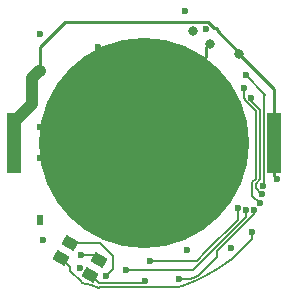
<source format=gbr>
%TF.GenerationSoftware,KiCad,Pcbnew,8.0.3*%
%TF.CreationDate,2024-11-08T22:06:30+02:00*%
%TF.ProjectId,Snowflake-Ornament,536e6f77-666c-4616-9b65-2d4f726e616d,rev?*%
%TF.SameCoordinates,Original*%
%TF.FileFunction,Copper,L4,Bot*%
%TF.FilePolarity,Positive*%
%FSLAX46Y46*%
G04 Gerber Fmt 4.6, Leading zero omitted, Abs format (unit mm)*
G04 Created by KiCad (PCBNEW 8.0.3) date 2024-11-08 22:06:30*
%MOMM*%
%LPD*%
G01*
G04 APERTURE LIST*
G04 Aperture macros list*
%AMRotRect*
0 Rectangle, with rotation*
0 The origin of the aperture is its center*
0 $1 length*
0 $2 width*
0 $3 Rotation angle, in degrees counterclockwise*
0 Add horizontal line*
21,1,$1,$2,0,0,$3*%
G04 Aperture macros list end*
%TA.AperFunction,SMDPad,CuDef*%
%ADD10RotRect,1.200000X0.900000X330.000000*%
%TD*%
%TA.AperFunction,ComponentPad*%
%ADD11R,0.500000X0.900000*%
%TD*%
%TA.AperFunction,SMDPad,CuDef*%
%ADD12R,1.270000X5.080000*%
%TD*%
%TA.AperFunction,SMDPad,CuDef*%
%ADD13C,17.800000*%
%TD*%
%TA.AperFunction,ViaPad*%
%ADD14C,0.600000*%
%TD*%
%TA.AperFunction,ViaPad*%
%ADD15C,0.800000*%
%TD*%
%TA.AperFunction,Conductor*%
%ADD16C,0.250000*%
%TD*%
%TA.AperFunction,Conductor*%
%ADD17C,0.200000*%
%TD*%
%TA.AperFunction,Conductor*%
%ADD18C,1.000000*%
%TD*%
G04 APERTURE END LIST*
D10*
%TO.P,D2,1,A*%
%TO.N,+BATT*%
X201975000Y-109795737D03*
%TO.P,D2,2,RK*%
%TO.N,Net-(D2-RK)*%
X202700001Y-108540000D03*
%TO.P,D2,3,GK*%
%TO.N,Net-(D2-GK)*%
X205124872Y-109940001D03*
%TO.P,D2,4,BK*%
%TO.N,Net-(D2-BK)*%
X204399871Y-111195738D03*
%TD*%
D11*
%TO.P,Antenna2,2,Shield*%
%TO.N,GND*%
X200145000Y-106560000D03*
%TD*%
D12*
%TO.P,BT1,1,+*%
%TO.N,+BATT*%
X198000000Y-100000000D03*
X219970000Y-100000000D03*
D13*
%TO.P,BT1,2,-*%
%TO.N,GND*%
X208985000Y-100000000D03*
%TD*%
D14*
%TO.N,GND*%
X213430000Y-94840000D03*
X201440000Y-102230000D03*
X200450000Y-108250000D03*
X216350000Y-108940000D03*
X200190000Y-90850000D03*
X212420000Y-88850000D03*
X216200000Y-95270000D03*
X200180000Y-101290000D03*
X210200000Y-100200000D03*
X203310000Y-106300000D03*
D15*
X213110000Y-90550000D03*
D14*
X207840000Y-102710000D03*
X205010000Y-106280000D03*
X208210000Y-100150000D03*
X212580000Y-109080000D03*
X214190000Y-90390000D03*
X205050000Y-91880000D03*
X204490000Y-100960000D03*
X207740000Y-98110000D03*
X203530000Y-110630000D03*
X209890000Y-104190000D03*
D15*
X214530000Y-91640000D03*
D14*
X204060000Y-93810000D03*
X200180000Y-98670000D03*
X217030000Y-100230000D03*
%TO.N,+BATT*%
X200140000Y-93960000D03*
X220240000Y-103060000D03*
X218120000Y-107590000D03*
D15*
X217020000Y-92540000D03*
D14*
%TO.N,Net-(D2-RK)*%
X205730000Y-111340000D03*
%TO.N,Net-(D2-BK)*%
X209090000Y-111730000D03*
%TO.N,Net-(D2-GK)*%
X203670000Y-109560000D03*
%TO.N,L1B*%
X217570000Y-94320000D03*
X219040000Y-103650000D03*
%TO.N,L1G*%
X218770000Y-105130000D03*
X217410000Y-95380000D03*
%TO.N,L1R*%
X218950000Y-104380000D03*
X218050000Y-96218806D03*
%TO.N,L2B*%
X216900000Y-105540000D03*
X209470000Y-110020000D03*
%TO.N,L2G*%
X217581091Y-105701615D03*
X207440000Y-110770000D03*
%TO.N,L2R*%
X211950000Y-111570000D03*
X218281027Y-105711253D03*
%TD*%
D16*
%TO.N,GND*%
X214530000Y-91640000D02*
X214250000Y-91920000D01*
X214250000Y-91920000D02*
X214250000Y-92800000D01*
%TO.N,+BATT*%
X202270000Y-89760000D02*
X200140000Y-91890000D01*
D17*
X213481438Y-111635710D02*
X212830471Y-111900110D01*
D16*
X214920000Y-90280000D02*
X214400000Y-89760000D01*
X217020000Y-92540000D02*
X217020000Y-92380000D01*
X217020000Y-92380000D02*
X215140000Y-90500000D01*
D17*
X211753702Y-112244815D02*
X205193883Y-112244815D01*
X215910752Y-110233145D02*
X215333352Y-110633505D01*
D16*
X215140000Y-90500000D02*
X215140000Y-90280000D01*
D17*
X201935064Y-109755802D02*
X201935064Y-109727869D01*
X216434525Y-109825475D02*
X215910752Y-110233145D01*
X215333352Y-110633505D02*
X214734778Y-111001447D01*
D16*
X220240000Y-103060000D02*
X219970000Y-102790000D01*
D17*
X214116855Y-111335850D02*
X213481438Y-111635710D01*
D16*
X214400000Y-89760000D02*
X202270000Y-89760000D01*
D17*
X202740000Y-110845746D02*
X202740000Y-110450000D01*
X202629262Y-110450000D02*
X201935064Y-109755802D01*
D18*
X199490000Y-94520000D02*
X199490000Y-96750000D01*
D16*
X219970000Y-102790000D02*
X219970000Y-100000000D01*
D17*
X203766342Y-111853451D02*
X203734254Y-111840000D01*
D18*
X199490000Y-96750000D02*
X198000000Y-98240000D01*
D17*
X212830471Y-111900110D02*
X212165939Y-112128245D01*
X211821179Y-112225734D02*
X211753702Y-112244815D01*
D16*
X217020000Y-92540000D02*
X219970000Y-95490000D01*
X215140000Y-90280000D02*
X214920000Y-90280000D01*
X200180000Y-94000000D02*
X200140000Y-93960000D01*
D17*
X202740000Y-110450000D02*
X202629262Y-110450000D01*
X218120000Y-107590000D02*
X218120000Y-108140000D01*
X205193883Y-112244815D02*
X205141800Y-112296898D01*
D18*
X200050000Y-93960000D02*
X199490000Y-94520000D01*
X200140000Y-93960000D02*
X200050000Y-93960000D01*
D16*
X200140000Y-91890000D02*
X200140000Y-93960000D01*
D17*
X203734254Y-111840000D02*
X202740000Y-110845746D01*
X204447766Y-112094674D02*
X203766342Y-111853451D01*
X218120000Y-108140000D02*
X216434525Y-109825475D01*
X212165939Y-112128245D02*
X211821179Y-112225734D01*
X205141800Y-112296898D02*
X204447766Y-112094674D01*
D16*
X219970000Y-95490000D02*
X219970000Y-100000000D01*
D18*
X198000000Y-98240000D02*
X198000000Y-100000000D01*
D17*
X214734778Y-111001447D02*
X214116855Y-111335850D01*
%TO.N,Net-(D2-RK)*%
X206370000Y-110700000D02*
X206370000Y-109610000D01*
X206370000Y-109610000D02*
X205232131Y-108472131D01*
X205232131Y-108472131D02*
X202660064Y-108472131D01*
X205730000Y-111340000D02*
X206370000Y-110700000D01*
%TO.N,Net-(D2-BK)*%
X205132067Y-111900000D02*
X204359936Y-111127869D01*
X208920000Y-111900000D02*
X205132067Y-111900000D01*
X209090000Y-111730000D02*
X208920000Y-111900000D01*
%TO.N,Net-(D2-GK)*%
X204772805Y-109560000D02*
X205084936Y-109872131D01*
X203670000Y-109560000D02*
X204772805Y-109560000D01*
%TO.N,L1B*%
X217570000Y-94320000D02*
X219200000Y-95950000D01*
X219135000Y-96015000D02*
X219135000Y-103555000D01*
X219135000Y-103555000D02*
X219040000Y-103650000D01*
X219200000Y-95950000D02*
X219135000Y-96015000D01*
%TO.N,L1G*%
X218420000Y-103058639D02*
X218129719Y-103348920D01*
X217410000Y-96220000D02*
X217520000Y-96330000D01*
X217520000Y-96330000D02*
X217520000Y-96395913D01*
X218420000Y-97295913D02*
X218420000Y-103058639D01*
X218129719Y-104489719D02*
X218770000Y-105130000D01*
X217520000Y-96395913D02*
X218420000Y-97295913D01*
X217410000Y-95380000D02*
X217410000Y-96220000D01*
X218129719Y-103348920D02*
X218129719Y-104489719D01*
%TO.N,L1R*%
X218429719Y-103887398D02*
X218922321Y-104380000D01*
X218810000Y-103092903D02*
X218429719Y-103473184D01*
X218429719Y-103473184D02*
X218429719Y-103887398D01*
X218922321Y-104380000D02*
X218950000Y-104380000D01*
X218810000Y-97245001D02*
X218810000Y-103092903D01*
X218050000Y-96485001D02*
X218810000Y-97245001D01*
X218050000Y-96218806D02*
X218050000Y-96485001D01*
%TO.N,L2B*%
X216900000Y-105540000D02*
X216900000Y-106550000D01*
X214230000Y-109220000D02*
X213430000Y-110020000D01*
X216900000Y-106550000D02*
X214230000Y-109220000D01*
X213430000Y-110020000D02*
X209470000Y-110020000D01*
%TO.N,L2G*%
X213104264Y-110770000D02*
X207440000Y-110770000D01*
X217581091Y-106293173D02*
X213104264Y-110770000D01*
X217581091Y-105701615D02*
X217581091Y-106293173D01*
%TO.N,L2R*%
X215150000Y-109720000D02*
X215150000Y-109148528D01*
X218281027Y-106017501D02*
X218281027Y-105711253D01*
X212846004Y-111570000D02*
X213360887Y-111360872D01*
X213641599Y-111228401D02*
X215150000Y-109720000D01*
X213360887Y-111360872D02*
X213641599Y-111228401D01*
X215150000Y-109148528D02*
X218281027Y-106017501D01*
X211950000Y-111570000D02*
X212846004Y-111570000D01*
%TD*%
M02*

</source>
